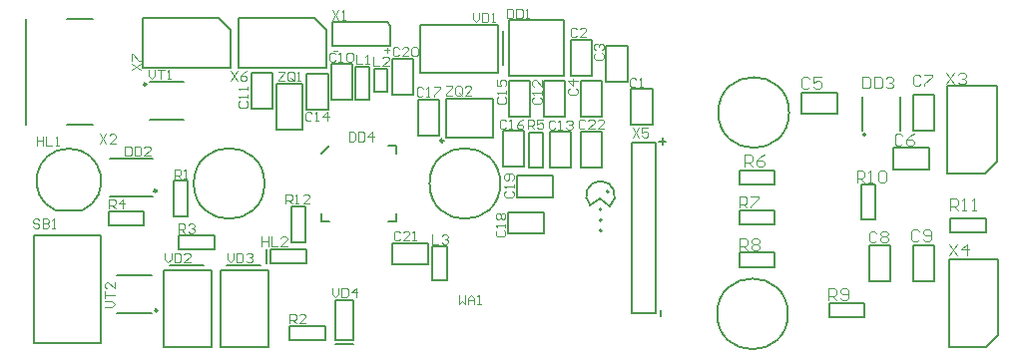
<source format=gto>
G04*
G04 #@! TF.GenerationSoftware,Altium Limited,Altium Designer,23.8.1 (32)*
G04*
G04 Layer_Color=65535*
%FSLAX44Y44*%
%MOMM*%
G71*
G04*
G04 #@! TF.SameCoordinates,7BD4B443-AC8F-467E-A65E-793A9AF9F4B1*
G04*
G04*
G04 #@! TF.FilePolarity,Positive*
G04*
G01*
G75*
%ADD17C,0.2000*%
%ADD60C,0.2540*%
%ADD61C,0.1000*%
D17*
X595000Y830250D02*
G03*
X595000Y830250I-30000J0D01*
G01*
X594000Y659250D02*
G03*
X594000Y659250I-30000J0D01*
G01*
X732000Y740250D02*
X762000D01*
Y728250D02*
Y740250D01*
X732000Y728250D02*
X762000D01*
X732000D02*
Y740250D01*
X656000Y739250D02*
Y769250D01*
X668000D01*
Y739250D02*
Y769250D01*
X656000Y739250D02*
X668000D01*
X629000Y668250D02*
X659000D01*
Y656250D02*
Y668250D01*
X629000Y656250D02*
X659000D01*
X629000D02*
Y668250D01*
X553000Y699250D02*
X583000D01*
X553000D02*
Y711250D01*
X583000D01*
Y699250D02*
Y711250D01*
X553000Y735250D02*
X583000D01*
X553000D02*
Y747250D01*
X583000D01*
Y735250D02*
Y747250D01*
X762250Y630750D02*
X772500Y641000D01*
Y705250D01*
X730500Y630750D02*
X762250D01*
X730500D02*
Y705250D01*
X772500D01*
X761250Y778250D02*
X771500Y788500D01*
Y852750D01*
X729500Y778250D02*
X761250D01*
X729500D02*
Y852750D01*
X771500D01*
X700000Y687000D02*
Y717500D01*
X718000D01*
Y687000D02*
Y717500D01*
X700000Y687000D02*
X718000D01*
X663000D02*
Y717500D01*
X681000D01*
Y687000D02*
Y717500D01*
X663000Y687000D02*
X681000D01*
X700000Y815000D02*
Y845500D01*
X718000D01*
Y815000D02*
Y845500D01*
X700000Y815000D02*
X718000D01*
X683750Y800250D02*
X714250D01*
Y782250D02*
Y800250D01*
X683750Y782250D02*
X714250D01*
X683750D02*
Y800250D01*
X605750Y829250D02*
X636250D01*
X605750D02*
Y847250D01*
X636250D01*
Y829250D02*
Y847250D01*
X689000Y814750D02*
Y843750D01*
X657000Y814750D02*
Y843750D01*
X553000Y769250D02*
X583000D01*
X553000D02*
Y781250D01*
X583000D01*
Y769250D02*
Y781250D01*
X443082Y750907D02*
G03*
X426398Y751398I-8082J9093D01*
G01*
X436000Y730000D02*
G03*
X436000Y730000I-1000J0D01*
G01*
X436000Y739000D02*
G03*
X436000Y739000I-1000J0D01*
G01*
X436000Y748000D02*
G03*
X436000Y748000I-1000J0D01*
G01*
X442000Y763000D02*
G03*
X442000Y763000I-1000J0D01*
G01*
X-4568Y747177D02*
G03*
X-27097Y747027I-11432J25016D01*
G01*
X350000Y770000D02*
G03*
X350000Y770000I-30000J0D01*
G01*
X150000D02*
G03*
X150000Y770000I-30000J0D01*
G01*
X19000Y759250D02*
X55250D01*
X19000Y791250D02*
X55250D01*
X258250Y845750D02*
Y876250D01*
X276250D01*
Y845750D02*
Y876250D01*
X258250Y845750D02*
X276250D01*
X434766Y757375D02*
X443082Y750907D01*
X426398Y751398D02*
X434766Y757375D01*
X171250Y648750D02*
X201250D01*
Y636750D02*
Y648750D01*
X171250Y636750D02*
X201250D01*
X171250D02*
Y648750D01*
X224000Y633750D02*
X225000D01*
X210000D02*
X224000D01*
X210000Y636750D02*
Y671250D01*
X225000D01*
Y636750D02*
Y671250D01*
X210000Y636750D02*
X225000D01*
X258250Y701500D02*
X288750D01*
X258250D02*
Y719500D01*
X288750D01*
Y701500D02*
Y719500D01*
X356250Y745500D02*
X386750D01*
Y727500D02*
Y745500D01*
X356250Y727500D02*
X386750D01*
X356250D02*
Y745500D01*
X479000Y819750D02*
Y850250D01*
X461000Y819750D02*
X479000D01*
X461000D02*
Y850250D01*
X479000D01*
X198000Y738000D02*
Y745000D01*
Y738000D02*
X205000D01*
X255000D02*
X262000D01*
Y745000D01*
Y795000D02*
Y802000D01*
X255000D02*
X262000D01*
X198000Y795250D02*
X204750Y802000D01*
X364250Y776500D02*
X394750D01*
Y758500D02*
Y776500D01*
X364250Y758500D02*
X394750D01*
X364250D02*
Y776500D01*
X370000Y784000D02*
Y814500D01*
X352000Y784000D02*
X370000D01*
X352000D02*
Y814500D01*
X370000D01*
X280000Y810500D02*
Y841000D01*
X298000D01*
Y810500D02*
Y841000D01*
X280000Y810500D02*
X298000D01*
X292500Y716500D02*
X304500D01*
X292500Y688000D02*
Y716500D01*
Y688000D02*
X304500D01*
Y716500D01*
X374250Y783500D02*
Y813500D01*
X386250D01*
Y783500D02*
Y813500D01*
X374250Y783500D02*
X386250D01*
X118000Y700750D02*
X125250D01*
X139750D02*
X147000D01*
X125250D02*
X139750D01*
X112750Y630750D02*
Y696750D01*
X153250D01*
Y630750D02*
Y696750D01*
X112750Y630750D02*
X153250D01*
X77500Y714000D02*
X107500D01*
X77500D02*
Y726000D01*
X107500D01*
Y714000D02*
Y726000D01*
X439750Y856750D02*
Y887250D01*
X457750D01*
Y856750D02*
Y887250D01*
X439750Y856750D02*
X457750D01*
X17500Y746500D02*
X47500D01*
Y734500D02*
Y746500D01*
X17500Y734500D02*
X47500D01*
X17500D02*
Y746500D01*
X392000Y783250D02*
Y813750D01*
X410000D01*
Y783250D02*
Y813750D01*
X392000Y783250D02*
X410000D01*
X418250D02*
Y813750D01*
X436250D01*
Y783250D02*
Y813750D01*
X418250Y783250D02*
X436250D01*
X151500Y702250D02*
Y714250D01*
X155250Y702250D02*
X185250D01*
X155250D02*
Y714250D01*
X185250D01*
Y702250D02*
Y714250D01*
X184750Y720250D02*
Y750250D01*
X172750Y720250D02*
X184750D01*
X172750D02*
Y750250D01*
X184750D01*
X72750Y742250D02*
Y772250D01*
X84750D01*
Y742250D02*
Y772250D01*
X72750Y742250D02*
X84750D01*
X25000Y659750D02*
X54000D01*
X25000Y691750D02*
X54000D01*
X69500Y700750D02*
X76750D01*
X91250D02*
X98500D01*
X76750D02*
X91250D01*
X64250Y630750D02*
Y696750D01*
X104750D01*
Y630750D02*
Y696750D01*
X64250Y630750D02*
X104750D01*
X157000Y833500D02*
Y864000D01*
X139000Y833500D02*
X157000D01*
X139000D02*
Y864000D01*
X157000D01*
X436000Y826750D02*
Y857250D01*
X418000Y826750D02*
X436000D01*
X418000D02*
Y857250D01*
X436000D01*
X486500Y657750D02*
Y662750D01*
X487500Y802750D02*
Y808750D01*
X484500Y805750D02*
X490500D01*
X461500Y659750D02*
Y804750D01*
Y659750D02*
X481500D01*
Y804750D01*
X461500D02*
X481500D01*
X428000Y861500D02*
Y892000D01*
X410000Y861500D02*
X428000D01*
X410000D02*
Y892000D01*
X428000D01*
X203750Y832750D02*
Y863250D01*
X185750Y832750D02*
X203750D01*
X185750D02*
Y863250D01*
X203750D01*
X224750Y841250D02*
Y871750D01*
X206750Y841250D02*
X224750D01*
X206750D02*
Y871750D01*
X224750D01*
X405250Y826750D02*
Y857250D01*
X387250Y826750D02*
X405250D01*
X387250D02*
Y857250D01*
X405250D01*
X52500Y856500D02*
X81500D01*
X52500Y824500D02*
X81500D01*
X243250Y867750D02*
X254250D01*
X243250Y847750D02*
Y867750D01*
Y847750D02*
X254250D01*
Y867750D01*
X227250Y840750D02*
X239250D01*
Y869250D01*
X227250D02*
X239250D01*
X227250Y840750D02*
Y869250D01*
X375000Y826750D02*
Y857250D01*
X357000Y826750D02*
X375000D01*
X357000D02*
Y857250D01*
X375000D01*
X357000Y861750D02*
X404000D01*
X357000D02*
Y908750D01*
X404000Y861750D02*
Y908750D01*
X357000D02*
X404000D01*
X352000Y892250D02*
Y899500D01*
Y870500D02*
Y877750D01*
Y892250D01*
X282000Y904750D02*
X348000D01*
Y864250D02*
Y904750D01*
X282000Y864250D02*
X348000D01*
X282000D02*
Y904750D01*
X160000Y816000D02*
Y855000D01*
X181750D01*
Y816000D02*
Y855000D01*
X160000Y816000D02*
X181750D01*
X303750Y809250D02*
Y842250D01*
X343750D01*
Y809250D02*
Y842250D01*
X303750Y809250D02*
X343750D01*
X207250Y887250D02*
Y906750D01*
Y887250D02*
X256750D01*
X207250Y906750D02*
X253750D01*
X256750Y903750D01*
Y887250D02*
Y903750D01*
X192250Y910500D02*
X202500Y900250D01*
X128000Y910500D02*
X192250D01*
X202500Y868500D02*
Y900250D01*
X128000Y868500D02*
X202500D01*
X128000D02*
Y910500D01*
X111250D02*
X121500Y900250D01*
X47000Y910500D02*
X111250D01*
X121500Y868500D02*
Y900250D01*
X47000Y868500D02*
X121500D01*
X47000D02*
Y910500D01*
X-45500Y718500D02*
Y726250D01*
X10750D01*
Y634500D02*
Y726250D01*
X-45500Y634500D02*
X10750D01*
X-45500D02*
Y718500D01*
X-27097Y747027D02*
X-4818D01*
X-18000Y820300D02*
X4000D01*
X-18000Y909700D02*
X4000D01*
X-52700Y820300D02*
Y909700D01*
D60*
X659901Y811500D02*
G03*
X659901Y811500I-901J0D01*
G01*
X58311Y763750D02*
G03*
X58311Y763750I-1061J0D01*
G01*
X58901Y662250D02*
G03*
X58901Y662250I-901J0D01*
G01*
X49401Y854000D02*
G03*
X49401Y854000I-901J0D01*
G01*
X301750Y806250D02*
G03*
X301750Y806250I-1250J0D01*
G01*
D61*
X652504Y771252D02*
Y781248D01*
X657502D01*
X659168Y779582D01*
Y776250D01*
X657502Y774584D01*
X652504D01*
X655836D02*
X659168Y771252D01*
X662501D02*
X665833D01*
X664167D01*
Y781248D01*
X662501Y779582D01*
X670831D02*
X672498Y781248D01*
X675830D01*
X677496Y779582D01*
Y772918D01*
X675830Y771252D01*
X672498D01*
X670831Y772918D01*
Y779582D01*
X705334Y729082D02*
X703668Y730748D01*
X700335D01*
X698669Y729082D01*
Y722418D01*
X700335Y720752D01*
X703668D01*
X705334Y722418D01*
X708666D02*
X710332Y720752D01*
X713664D01*
X715331Y722418D01*
Y729082D01*
X713664Y730748D01*
X710332D01*
X708666Y729082D01*
Y727416D01*
X710332Y725750D01*
X715331D01*
X669334Y728082D02*
X667668Y729748D01*
X664335D01*
X662669Y728082D01*
Y721418D01*
X664335Y719752D01*
X667668D01*
X669334Y721418D01*
X672666Y728082D02*
X674332Y729748D01*
X677664D01*
X679331Y728082D01*
Y726416D01*
X677664Y724750D01*
X679331Y723084D01*
Y721418D01*
X677664Y719752D01*
X674332D01*
X672666Y721418D01*
Y723084D01*
X674332Y724750D01*
X672666Y726416D01*
Y728082D01*
X674332Y724750D02*
X677664D01*
X691334Y810582D02*
X689668Y812248D01*
X686336D01*
X684669Y810582D01*
Y803918D01*
X686336Y802252D01*
X689668D01*
X691334Y803918D01*
X701331Y812248D02*
X697998Y810582D01*
X694666Y807250D01*
Y803918D01*
X696332Y802252D01*
X699665D01*
X701331Y803918D01*
Y805584D01*
X699665Y807250D01*
X694666D01*
X612334Y858582D02*
X610668Y860248D01*
X607336D01*
X605669Y858582D01*
Y851918D01*
X607336Y850252D01*
X610668D01*
X612334Y851918D01*
X622331Y860248D02*
X615666D01*
Y855250D01*
X618998Y856916D01*
X620664D01*
X622331Y855250D01*
Y851918D01*
X620664Y850252D01*
X617332D01*
X615666Y851918D01*
X628669Y671252D02*
Y681248D01*
X633668D01*
X635334Y679582D01*
Y676250D01*
X633668Y674584D01*
X628669D01*
X632002D02*
X635334Y671252D01*
X638666Y672918D02*
X640332Y671252D01*
X643664D01*
X645331Y672918D01*
Y679582D01*
X643664Y681248D01*
X640332D01*
X638666Y679582D01*
Y677916D01*
X640332Y676250D01*
X645331D01*
X552669Y749252D02*
Y759248D01*
X557668D01*
X559334Y757582D01*
Y754250D01*
X557668Y752584D01*
X552669D01*
X556002D02*
X559334Y749252D01*
X562666Y759248D02*
X569331D01*
Y757582D01*
X562666Y750918D01*
Y749252D01*
X553169Y713252D02*
Y723248D01*
X558168D01*
X559834Y721582D01*
Y718250D01*
X558168Y716584D01*
X553169D01*
X556502D02*
X559834Y713252D01*
X563166Y721582D02*
X564832Y723248D01*
X568164D01*
X569831Y721582D01*
Y719916D01*
X568164Y718250D01*
X569831Y716584D01*
Y714918D01*
X568164Y713252D01*
X564832D01*
X563166Y714918D01*
Y716584D01*
X564832Y718250D01*
X563166Y719916D01*
Y721582D01*
X564832Y718250D02*
X568164D01*
X557169Y784251D02*
Y794248D01*
X562168D01*
X563834Y792582D01*
Y789250D01*
X562168Y787584D01*
X557169D01*
X560502D02*
X563834Y784251D01*
X573831Y794248D02*
X570498Y792582D01*
X567166Y789250D01*
Y785918D01*
X568832Y784251D01*
X572164D01*
X573831Y785918D01*
Y787584D01*
X572164Y789250D01*
X567166D01*
X730669Y718748D02*
X737334Y708752D01*
Y718748D02*
X730669Y708752D01*
X745665D02*
Y718748D01*
X740666Y713750D01*
X747331D01*
X728669Y864248D02*
X735334Y854252D01*
Y864248D02*
X728669Y854252D01*
X738666Y862582D02*
X740332Y864248D01*
X743664D01*
X745331Y862582D01*
Y860916D01*
X743664Y859250D01*
X741998D01*
X743664D01*
X745331Y857584D01*
Y855918D01*
X743664Y854252D01*
X740332D01*
X738666Y855918D01*
X731982Y747222D02*
Y757219D01*
X736980D01*
X738646Y755553D01*
Y752220D01*
X736980Y750554D01*
X731982D01*
X735314D02*
X738646Y747222D01*
X741979D02*
X745311D01*
X743645D01*
Y757219D01*
X741979Y755553D01*
X750309Y747222D02*
X753642D01*
X751976D01*
Y757219D01*
X750309Y755553D01*
X706643Y860963D02*
X704976Y862629D01*
X701644D01*
X699978Y860963D01*
Y854298D01*
X701644Y852632D01*
X704976D01*
X706643Y854298D01*
X709975Y862629D02*
X716639D01*
Y860963D01*
X709975Y854298D01*
Y852632D01*
X657052Y860851D02*
Y850854D01*
X662050D01*
X663717Y852520D01*
Y859185D01*
X662050Y860851D01*
X657052D01*
X667049D02*
Y850854D01*
X672047D01*
X673713Y852520D01*
Y859185D01*
X672047Y860851D01*
X667049D01*
X677046Y859185D02*
X678712Y860851D01*
X682044D01*
X683710Y859185D01*
Y857518D01*
X682044Y855852D01*
X680378D01*
X682044D01*
X683710Y854186D01*
Y852520D01*
X682044Y850854D01*
X678712D01*
X677046Y852520D01*
X208250Y883000D02*
X212000D01*
X251826Y883250D02*
Y883260D01*
Y883250D02*
X255750D01*
X253750Y881250D02*
Y885500D01*
X31837Y801499D02*
Y793501D01*
X35835D01*
X37168Y794834D01*
Y800166D01*
X35835Y801499D01*
X31837D01*
X39834D02*
Y793501D01*
X43833D01*
X45166Y794834D01*
Y800166D01*
X43833Y801499D01*
X39834D01*
X53163Y793501D02*
X47832D01*
X53163Y798833D01*
Y800166D01*
X51830Y801499D01*
X49165D01*
X47832Y800166D01*
X264168Y884666D02*
X262836Y885999D01*
X260170D01*
X258837Y884666D01*
Y879334D01*
X260170Y878001D01*
X262836D01*
X264168Y879334D01*
X272166Y878001D02*
X266834D01*
X272166Y883333D01*
Y884666D01*
X270833Y885999D01*
X268167D01*
X266834Y884666D01*
X274832D02*
X276164Y885999D01*
X278830D01*
X280163Y884666D01*
Y879334D01*
X278830Y878001D01*
X276164D01*
X274832Y879334D01*
Y884666D01*
X314670Y675249D02*
Y667251D01*
X317335Y669917D01*
X320001Y667251D01*
Y675249D01*
X322667Y667251D02*
Y672583D01*
X325333Y675249D01*
X327999Y672583D01*
Y667251D01*
Y671250D01*
X322667D01*
X330664Y667251D02*
X333330D01*
X331997D01*
Y675249D01*
X330664Y673916D01*
X171336Y651251D02*
Y659249D01*
X175334D01*
X176667Y657916D01*
Y655250D01*
X175334Y653917D01*
X171336D01*
X174001D02*
X176667Y651251D01*
X184664D02*
X179333D01*
X184664Y656583D01*
Y657916D01*
X183332Y659249D01*
X180666D01*
X179333Y657916D01*
X207587Y681499D02*
Y676167D01*
X210253Y673501D01*
X212918Y676167D01*
Y681499D01*
X215584D02*
Y673501D01*
X219583D01*
X220916Y674834D01*
Y680166D01*
X219583Y681499D01*
X215584D01*
X227580Y673501D02*
Y681499D01*
X223582Y677500D01*
X228913D01*
X265001Y728166D02*
X263668Y729499D01*
X261003D01*
X259670Y728166D01*
Y722834D01*
X261003Y721501D01*
X263668D01*
X265001Y722834D01*
X272999Y721501D02*
X267667D01*
X272999Y726833D01*
Y728166D01*
X271666Y729499D01*
X269000D01*
X267667Y728166D01*
X275665Y721501D02*
X278330D01*
X276997D01*
Y729499D01*
X275665Y728166D01*
X347584Y730335D02*
X346251Y729002D01*
Y726336D01*
X347584Y725003D01*
X352916D01*
X354249Y726336D01*
Y729002D01*
X352916Y730335D01*
X354249Y733001D02*
Y735666D01*
Y734333D01*
X346251D01*
X347584Y733001D01*
Y739665D02*
X346251Y740998D01*
Y743664D01*
X347584Y744997D01*
X348917D01*
X350250Y743664D01*
X351583Y744997D01*
X352916D01*
X354249Y743664D01*
Y740998D01*
X352916Y739665D01*
X351583D01*
X350250Y740998D01*
X348917Y739665D01*
X347584D01*
X350250Y740998D02*
Y743664D01*
X465250Y858416D02*
X463917Y859749D01*
X461251D01*
X459918Y858416D01*
Y853084D01*
X461251Y851751D01*
X463917D01*
X465250Y853084D01*
X467916Y851751D02*
X470582D01*
X469249D01*
Y859749D01*
X467916Y858416D01*
X221587Y813749D02*
Y805751D01*
X225585D01*
X226918Y807084D01*
Y812416D01*
X225585Y813749D01*
X221587D01*
X229584D02*
Y805751D01*
X233583D01*
X234916Y807084D01*
Y812416D01*
X233583Y813749D01*
X229584D01*
X241580Y805751D02*
Y813749D01*
X237582Y809750D01*
X242913D01*
X354834Y763585D02*
X353501Y762252D01*
Y759586D01*
X354834Y758253D01*
X360166D01*
X361499Y759586D01*
Y762252D01*
X360166Y763585D01*
X361499Y766251D02*
Y768916D01*
Y767584D01*
X353501D01*
X354834Y766251D01*
X360166Y772915D02*
X361499Y774248D01*
Y776914D01*
X360166Y778247D01*
X354834D01*
X353501Y776914D01*
Y774248D01*
X354834Y772915D01*
X356167D01*
X357500Y774248D01*
Y778247D01*
X354835Y822916D02*
X353502Y824249D01*
X350836D01*
X349503Y822916D01*
Y817584D01*
X350836Y816251D01*
X353502D01*
X354835Y817584D01*
X357501Y816251D02*
X360166D01*
X358834D01*
Y824249D01*
X357501Y822916D01*
X369497Y824249D02*
X366831Y822916D01*
X364165Y820250D01*
Y817584D01*
X365498Y816251D01*
X368164D01*
X369497Y817584D01*
Y818917D01*
X368164Y820250D01*
X364165D01*
X284585Y850416D02*
X283252Y851749D01*
X280586D01*
X279253Y850416D01*
Y845084D01*
X280586Y843751D01*
X283252D01*
X284585Y845084D01*
X287251Y843751D02*
X289916D01*
X288584D01*
Y851749D01*
X287251Y850416D01*
X293915Y851749D02*
X299247D01*
Y850416D01*
X293915Y845084D01*
Y843751D01*
X292335Y726749D02*
Y718751D01*
X297667D01*
X300333Y725416D02*
X301666Y726749D01*
X304332D01*
X305665Y725416D01*
Y724083D01*
X304332Y722750D01*
X302999D01*
X304332D01*
X305665Y721417D01*
Y720084D01*
X304332Y718751D01*
X301666D01*
X300333Y720084D01*
X373086Y816251D02*
Y824249D01*
X377084D01*
X378417Y822916D01*
Y820250D01*
X377084Y818917D01*
X373086D01*
X375751D02*
X378417Y816251D01*
X386414Y824249D02*
X381083D01*
Y820250D01*
X383749Y821583D01*
X385082D01*
X386414Y820250D01*
Y817584D01*
X385082Y816251D01*
X382416D01*
X381083Y817584D01*
X118337Y710999D02*
Y705667D01*
X121003Y703001D01*
X123668Y705667D01*
Y710999D01*
X126334D02*
Y703001D01*
X130333D01*
X131666Y704334D01*
Y709666D01*
X130333Y710999D01*
X126334D01*
X134332Y709666D02*
X135665Y710999D01*
X138330D01*
X139663Y709666D01*
Y708333D01*
X138330Y707000D01*
X136997D01*
X138330D01*
X139663Y705667D01*
Y704334D01*
X138330Y703001D01*
X135665D01*
X134332Y704334D01*
X77336Y728001D02*
Y735999D01*
X81334D01*
X82667Y734666D01*
Y732000D01*
X81334Y730667D01*
X77336D01*
X80001D02*
X82667Y728001D01*
X85333Y734666D02*
X86666Y735999D01*
X89332D01*
X90665Y734666D01*
Y733333D01*
X89332Y732000D01*
X87999D01*
X89332D01*
X90665Y730667D01*
Y729334D01*
X89332Y728001D01*
X86666D01*
X85333Y729334D01*
X431084Y880667D02*
X429751Y879334D01*
Y876668D01*
X431084Y875335D01*
X436416D01*
X437749Y876668D01*
Y879334D01*
X436416Y880667D01*
X431084Y883333D02*
X429751Y884666D01*
Y887332D01*
X431084Y888664D01*
X432417D01*
X433750Y887332D01*
Y885999D01*
Y887332D01*
X435083Y888664D01*
X436416D01*
X437749Y887332D01*
Y884666D01*
X436416Y883333D01*
X18086Y748751D02*
Y756749D01*
X22084D01*
X23417Y755416D01*
Y752750D01*
X22084Y751417D01*
X18086D01*
X20751D02*
X23417Y748751D01*
X30082D02*
Y756749D01*
X26083Y752750D01*
X31414D01*
X396585Y822416D02*
X395252Y823749D01*
X392586D01*
X391253Y822416D01*
Y817084D01*
X392586Y815751D01*
X395252D01*
X396585Y817084D01*
X399251Y815751D02*
X401916D01*
X400583D01*
Y823749D01*
X399251Y822416D01*
X405915D02*
X407248Y823749D01*
X409914D01*
X411247Y822416D01*
Y821083D01*
X409914Y819750D01*
X408581D01*
X409914D01*
X411247Y818417D01*
Y817084D01*
X409914Y815751D01*
X407248D01*
X405915Y817084D01*
X421918Y822916D02*
X420586Y824249D01*
X417920D01*
X416587Y822916D01*
Y817584D01*
X417920Y816251D01*
X420586D01*
X421918Y817584D01*
X429916Y816251D02*
X424584D01*
X429916Y821583D01*
Y822916D01*
X428583Y824249D01*
X425917D01*
X424584Y822916D01*
X437913Y816251D02*
X432582D01*
X437913Y821583D01*
Y822916D01*
X436580Y824249D01*
X433914D01*
X432582Y822916D01*
X147837Y724999D02*
Y717001D01*
Y721000D01*
X153168D01*
Y724999D01*
Y717001D01*
X155834Y724999D02*
Y717001D01*
X161166D01*
X169163D02*
X163832D01*
X169163Y722333D01*
Y723666D01*
X167830Y724999D01*
X165165D01*
X163832Y723666D01*
X168003Y752751D02*
Y760749D01*
X172002D01*
X173335Y759416D01*
Y756750D01*
X172002Y755417D01*
X168003D01*
X170669D02*
X173335Y752751D01*
X176001D02*
X178666D01*
X177334D01*
Y760749D01*
X176001Y759416D01*
X187997Y752751D02*
X182665D01*
X187997Y758083D01*
Y759416D01*
X186664Y760749D01*
X183998D01*
X182665Y759416D01*
X73668Y774001D02*
Y781999D01*
X77667D01*
X79000Y780666D01*
Y778000D01*
X77667Y776667D01*
X73668D01*
X76334D02*
X79000Y774001D01*
X81666D02*
X84332D01*
X82999D01*
Y781999D01*
X81666Y780666D01*
X14751Y664837D02*
X20083D01*
X22749Y667503D01*
X20083Y670168D01*
X14751D01*
Y672834D02*
Y678166D01*
Y675500D01*
X22749D01*
Y686163D02*
Y680832D01*
X17417Y686163D01*
X16084D01*
X14751Y684830D01*
Y682165D01*
X16084Y680832D01*
X65587Y710999D02*
Y705667D01*
X68253Y703001D01*
X70918Y705667D01*
Y710999D01*
X73584D02*
Y703001D01*
X77583D01*
X78916Y704334D01*
Y709666D01*
X77583Y710999D01*
X73584D01*
X86913Y703001D02*
X81582D01*
X86913Y708333D01*
Y709666D01*
X85580Y710999D01*
X82914D01*
X81582Y709666D01*
X129084Y839918D02*
X127751Y838585D01*
Y835919D01*
X129084Y834586D01*
X134416D01*
X135749Y835919D01*
Y838585D01*
X134416Y839918D01*
X135749Y842584D02*
Y845249D01*
Y843916D01*
X127751D01*
X129084Y842584D01*
X135749Y849248D02*
Y851914D01*
Y850581D01*
X127751D01*
X129084Y849248D01*
X409084Y850667D02*
X407751Y849334D01*
Y846668D01*
X409084Y845335D01*
X414416D01*
X415749Y846668D01*
Y849334D01*
X414416Y850667D01*
X415749Y857332D02*
X407751D01*
X411750Y853333D01*
Y858664D01*
X462085Y816999D02*
X467417Y809001D01*
Y816999D02*
X462085Y809001D01*
X475415Y816999D02*
X470083D01*
Y813000D01*
X472749Y814333D01*
X474082D01*
X475415Y813000D01*
Y810334D01*
X474082Y809001D01*
X471416D01*
X470083Y810334D01*
X414917Y900916D02*
X413584Y902249D01*
X410918D01*
X409585Y900916D01*
Y895584D01*
X410918Y894251D01*
X413584D01*
X414917Y895584D01*
X422915Y894251D02*
X417583D01*
X422915Y899583D01*
Y900916D01*
X421582Y902249D01*
X418916D01*
X417583Y900916D01*
X190085Y829666D02*
X188752Y830999D01*
X186086D01*
X184753Y829666D01*
Y824334D01*
X186086Y823001D01*
X188752D01*
X190085Y824334D01*
X192751Y823001D02*
X195416D01*
X194083D01*
Y830999D01*
X192751Y829666D01*
X203414Y823001D02*
Y830999D01*
X199415Y827000D01*
X204747D01*
X210335Y879916D02*
X209002Y881249D01*
X206336D01*
X205003Y879916D01*
Y874584D01*
X206336Y873251D01*
X209002D01*
X210335Y874584D01*
X213001Y873251D02*
X215666D01*
X214333D01*
Y881249D01*
X213001Y879916D01*
X219665D02*
X220998Y881249D01*
X223664D01*
X224997Y879916D01*
Y874584D01*
X223664Y873251D01*
X220998D01*
X219665Y874584D01*
Y879916D01*
X378584Y843085D02*
X377251Y841752D01*
Y839086D01*
X378584Y837753D01*
X383916D01*
X385249Y839086D01*
Y841752D01*
X383916Y843085D01*
X385249Y845751D02*
Y848417D01*
Y847084D01*
X377251D01*
X378584Y845751D01*
X385249Y857747D02*
Y852415D01*
X379917Y857747D01*
X378584D01*
X377251Y856414D01*
Y853748D01*
X378584Y852415D01*
X51670Y866499D02*
Y861167D01*
X54335Y858501D01*
X57001Y861167D01*
Y866499D01*
X59667D02*
X64999D01*
X62333D01*
Y858501D01*
X67664D02*
X70330D01*
X68997D01*
Y866499D01*
X67664Y865166D01*
X242085Y877749D02*
Y869751D01*
X247417D01*
X255415D02*
X250083D01*
X255415Y875083D01*
Y876416D01*
X254082Y877749D01*
X251416D01*
X250083Y876416D01*
X227918Y879249D02*
Y871251D01*
X233250D01*
X235916D02*
X238582D01*
X237249D01*
Y879249D01*
X235916Y877916D01*
X348334Y843335D02*
X347001Y842002D01*
Y839336D01*
X348334Y838003D01*
X353666D01*
X354999Y839336D01*
Y842002D01*
X353666Y843335D01*
X354999Y846001D02*
Y848667D01*
Y847334D01*
X347001D01*
X348334Y846001D01*
X347001Y857997D02*
Y852665D01*
X351000D01*
X349667Y855331D01*
Y856664D01*
X351000Y857997D01*
X353666D01*
X354999Y856664D01*
Y853998D01*
X353666Y852665D01*
X355670Y918249D02*
Y910251D01*
X359668D01*
X361001Y911584D01*
Y916916D01*
X359668Y918249D01*
X355670D01*
X363667D02*
Y910251D01*
X367666D01*
X368999Y911584D01*
Y916916D01*
X367666Y918249D01*
X363667D01*
X371665Y910251D02*
X374330D01*
X372997D01*
Y918249D01*
X371665Y916916D01*
X326670Y914999D02*
Y909667D01*
X329336Y907001D01*
X332001Y909667D01*
Y914999D01*
X334667D02*
Y907001D01*
X338666D01*
X339999Y908334D01*
Y913666D01*
X338666Y914999D01*
X334667D01*
X342664Y907001D02*
X345330D01*
X343997D01*
Y914999D01*
X342664Y913666D01*
X161670Y864999D02*
X167001D01*
Y863666D01*
X161670Y858334D01*
Y857001D01*
X167001D01*
X174999Y858334D02*
Y863666D01*
X173666Y864999D01*
X171000D01*
X169667Y863666D01*
Y858334D01*
X171000Y857001D01*
X173666D01*
X172333Y859667D02*
X174999Y857001D01*
X173666D02*
X174999Y858334D01*
X177665Y857001D02*
X180330D01*
X178997D01*
Y864999D01*
X177665Y863666D01*
X304087Y852749D02*
X309418D01*
Y851416D01*
X304087Y846084D01*
Y844751D01*
X309418D01*
X317416Y846084D02*
Y851416D01*
X316083Y852749D01*
X313417D01*
X312084Y851416D01*
Y846084D01*
X313417Y844751D01*
X316083D01*
X314750Y847417D02*
X317416Y844751D01*
X316083D02*
X317416Y846084D01*
X325413Y844751D02*
X320082D01*
X325413Y850083D01*
Y851416D01*
X324080Y852749D01*
X321414D01*
X320082Y851416D01*
X207668Y916999D02*
X213000Y909001D01*
Y916999D02*
X207668Y909001D01*
X215666D02*
X218332D01*
X216999D01*
Y916999D01*
X215666Y915666D01*
X121586Y865449D02*
X126917Y857451D01*
Y865449D02*
X121586Y857451D01*
X134915Y865449D02*
X132249Y864116D01*
X129583Y861450D01*
Y858784D01*
X130916Y857451D01*
X133582D01*
X134915Y858784D01*
Y860117D01*
X133582Y861450D01*
X129583D01*
X37001Y866336D02*
X44999Y871667D01*
X37001D02*
X44999Y866336D01*
X37001Y874333D02*
Y879665D01*
X38334D01*
X43666Y874333D01*
X44999D01*
X-40999Y738666D02*
X-42332Y739999D01*
X-44997D01*
X-46330Y738666D01*
Y737333D01*
X-44997Y736000D01*
X-42332D01*
X-40999Y734667D01*
Y733334D01*
X-42332Y732001D01*
X-44997D01*
X-46330Y733334D01*
X-38333Y739999D02*
Y732001D01*
X-34334D01*
X-33001Y733334D01*
Y734667D01*
X-34334Y736000D01*
X-38333D01*
X-34334D01*
X-33001Y737333D01*
Y738666D01*
X-34334Y739999D01*
X-38333D01*
X-30336Y732001D02*
X-27670D01*
X-29003D01*
Y739999D01*
X-30336Y738666D01*
X-43330Y809999D02*
Y802001D01*
Y806000D01*
X-37999D01*
Y809999D01*
Y802001D01*
X-35333Y809999D02*
Y802001D01*
X-30001D01*
X-27336D02*
X-24670D01*
X-26003D01*
Y809999D01*
X-27336Y808666D01*
X10336Y811999D02*
X15667Y804001D01*
Y811999D02*
X10336Y804001D01*
X23665D02*
X18333D01*
X23665Y809333D01*
Y810666D01*
X22332Y811999D01*
X19666D01*
X18333Y810666D01*
M02*

</source>
